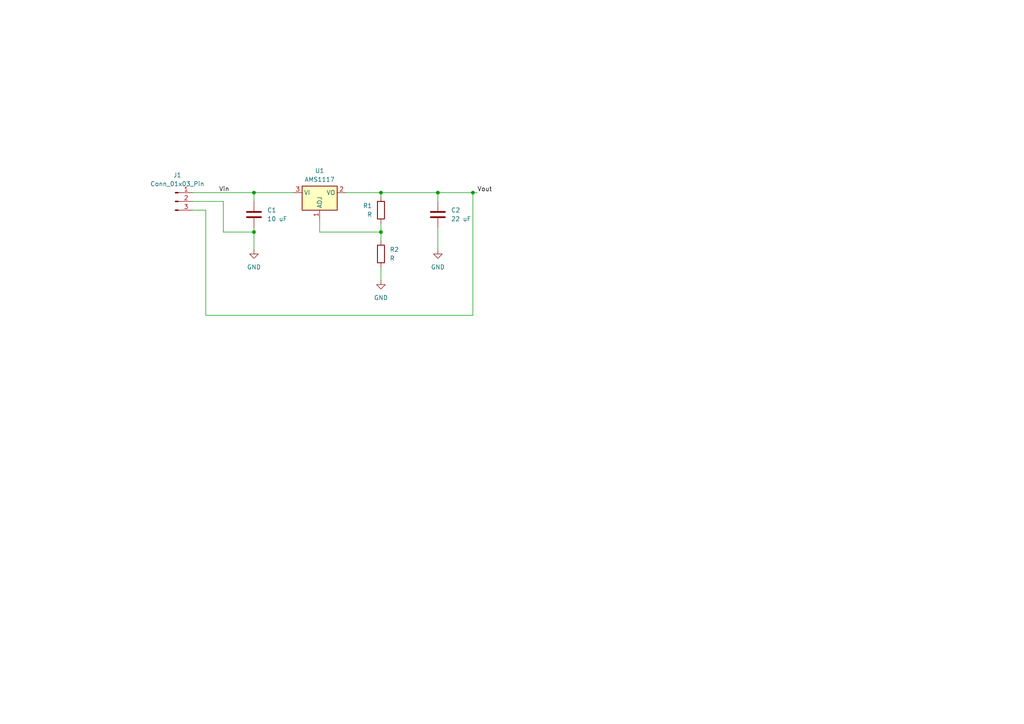
<source format=kicad_sch>
(kicad_sch (version 20230121) (generator eeschema)
  (paper "A4")
  (lib_symbols
    (symbol "Connector:Conn_01x03_Pin" (pin_names (offset 1.016) hide)
      (property "Reference" "J" (at 0 5.08 0))
      (property "Value" "Conn_01x03_Pin" (at 0 -5.08 0))
      (symbol "Conn_01x03_Pin_1_1"
        (polyline (pts (xy 1.27 -2.54) (xy 0.8636 -2.54)) (stroke (width 0.1524)))
        (polyline (pts (xy 1.27 0) (xy 0.8636 0)) (stroke (width 0.1524)))
        (polyline (pts (xy 1.27 2.54) (xy 0.8636 2.54)) (stroke (width 0.1524)))
        (rectangle (start 0.8636 -2.413) (end 0 -2.667) (stroke (width 0.1524)) (fill (type outline)))
        (rectangle (start 0.8636 0.127) (end 0 -0.127) (stroke (width 0.1524)) (fill (type outline)))
        (rectangle (start 0.8636 2.667) (end 0 2.413) (stroke (width 0.1524)) (fill (type outline)))
        (pin passive line (at 5.08 2.54 180) (length 3.81) (name "Pin_1") (number "1"))
        (pin passive line (at 5.08 0 180) (length 3.81) (name "Pin_2") (number "2"))
        (pin passive line (at 5.08 -2.54 180) (length 3.81) (name "Pin_3") (number "3"))
      )
    )
    (symbol "Device:C" (pin_numbers hide) (pin_names (offset 0.254))
      (property "Reference" "C" (at 0.635 2.54 0))
      (property "Value" "C" (at 0.635 -2.54 0))
      (symbol "C_0_1"
        (polyline (pts (xy -2.032 -0.762) (xy 2.032 -0.762)) (stroke (width 0.508)))
        (polyline (pts (xy -2.032 0.762) (xy 2.032 0.762)) (stroke (width 0.508)))
      )
      (symbol "C_1_1"
        (pin passive line (at 0 3.81 270) (length 2.794) (name "~") (number "1"))
        (pin passive line (at 0 -3.81 90) (length 2.794) (name "~") (number "2"))
      )
    )
    (symbol "Device:R" (pin_numbers hide) (pin_names (offset 0))
      (property "Reference" "R" (at 2.032 0 90))
      (property "Value" "R" (at 0 0 90))
      (symbol "R_0_1"
        (rectangle (start -1.016 -2.54) (end 1.016 2.54) (stroke (width 0.254)))
      )
      (symbol "R_1_1"
        (pin passive line (at 0 3.81 270) (length 1.27) (name "~") (number "1"))
        (pin passive line (at 0 -3.81 90) (length 1.27) (name "~") (number "2"))
      )
    )
    (symbol "Regulator_Linear:AMS1117"
      (property "Reference" "U" (at -3.81 3.175 0))
      (property "Value" "AMS1117" (at 0 3.175 0))
      (symbol "AMS1117_0_1"
        (rectangle (start -5.08 -5.08) (end 5.08 1.905) (stroke (width 0.254)) (fill (type background)))
      )
      (symbol "AMS1117_1_1"
        (pin input line (at 0 -7.62 90) (length 2.54) (name "ADJ") (number "1"))
        (pin power_out line (at 7.62 0 180) (length 2.54) (name "VO") (number "2"))
        (pin power_in line (at -7.62 0 0) (length 2.54) (name "VI") (number "3"))
      )
    )
    (symbol "power:GND" (power) (pin_names (offset 0))
      (property "Value" "GND" (at 0 -3.81 0))
      (symbol "GND_0_1"
        (polyline (pts (xy 0 0) (xy 0 -1.27) (xy 1.27 -1.27) (xy 0 -2.54) (xy -1.27 -1.27) (xy 0 -1.27)))
      )
      (symbol "GND_1_1"
        (pin power_in line (at 0 0 270) (length 0) hide (name "GND") (number "1"))
      )
    )
  )
  (junction (at 127 55.88))
  (junction (at 110.49 55.88))
  (junction (at 73.66 67.31))
  (junction (at 73.66 55.88))
  (junction (at 110.49 67.31))
  (junction (at 137.16 55.88))
  (wire (pts (xy 127 55.88) (xy 137.16 55.88)))
  (wire (pts (xy 55.88 60.96) (xy 59.69 60.96)))
  (wire (pts (xy 85.09 55.88) (xy 73.66 55.88)))
  (wire (pts (xy 92.71 67.31) (xy 110.49 67.31)))
  (wire (pts (xy 110.49 67.31) (xy 110.49 69.85)))
  (wire (pts (xy 59.69 91.44) (xy 137.16 91.44)))
  (wire (pts (xy 55.88 55.88) (xy 73.66 55.88)))
  (wire (pts (xy 110.49 77.47) (xy 110.49 81.28)))
  (wire (pts (xy 110.49 64.77) (xy 110.49 67.31)))
  (wire (pts (xy 127 55.88) (xy 127 58.42)))
  (wire (pts (xy 73.66 67.31) (xy 73.66 72.39)))
  (wire (pts (xy 92.71 63.5) (xy 92.71 67.31)))
  (wire (pts (xy 110.49 55.88) (xy 127 55.88)))
  (wire (pts (xy 100.33 55.88) (xy 110.49 55.88)))
  (wire (pts (xy 64.77 67.31) (xy 73.66 67.31)))
  (wire (pts (xy 55.88 58.42) (xy 64.77 58.42)))
  (wire (pts (xy 137.16 91.44) (xy 137.16 55.88)))
  (wire (pts (xy 73.66 66.04) (xy 73.66 67.31)))
  (wire (pts (xy 110.49 55.88) (xy 110.49 57.15)))
  (wire (pts (xy 64.77 58.42) (xy 64.77 67.31)))
  (wire (pts (xy 137.16 55.88) (xy 138.43 55.88)))
  (wire (pts (xy 73.66 55.88) (xy 73.66 58.42)))
  (wire (pts (xy 59.69 60.96) (xy 59.69 91.44)))
  (wire (pts (xy 127 66.04) (xy 127 72.39)))
  (label "Vin" (at 63.5 55.88 0))
  (label "Vout" (at 138.43 55.88 0))
  (symbol (lib_id "Regulator_Linear:AMS1117") (at 92.71 55.88 0) (unit 1)
    (property "Reference" "U1" (at 92.71 49.53 0))
    (property "Value" "AMS1117" (at 92.71 52.07 0))
    (property "Footprint" "Package_TO_SOT_SMD:SOT-223-3_TabPin2" (effects hide))
    (property "Datasheet" "http://www.advanced-monolithic.com/pdf/ds1117.pdf" (effects hide))
  )
  (symbol (lib_id "Connector:Conn_01x03_Pin") (at 50.8 58.42 0) (unit 1)
    (property "Reference" "J1" (at 51.435 50.8 0))
    (property "Value" "Conn_01x03_Pin" (at 51.435 53.34 0))
    (property "Footprint" "Connector_PinHeader_2.54mm:PinHeader_1x03_P2.54mm_Vertical" (effects hide))
  )
  (symbol (lib_id "power:GND") (at 110.49 81.28 0) (unit 1)
    (property "Reference" "#PWR02" (effects hide))
    (property "Value" "GND" (at 110.49 86.36 0))
  )
  (symbol (lib_id "power:GND") (at 73.66 72.39 0) (unit 1)
    (property "Reference" "#PWR01" (effects hide))
    (property "Value" "GND" (at 73.66 77.47 0))
  )
  (symbol (lib_id "Device:R") (at 110.49 73.66 0) (unit 1)
    (property "Reference" "R2" (at 113.03 72.39 0) (effects (justify left)))
    (property "Value" "R" (at 113.03 74.93 0) (effects (justify left)))
    (property "Footprint" "Resistor_SMD:R_0603_1608Metric" (effects hide))
  )
  (symbol (lib_id "Device:C") (at 127 62.23 0) (unit 1)
    (property "Reference" "C2" (at 130.81 60.96 0) (effects (justify left)))
    (property "Value" "22 uF" (at 130.81 63.5 0) (effects (justify left)))
    (property "Footprint" "Capacitor_SMD:C_0603_1608Metric" (effects hide))
  )
  (symbol (lib_id "Device:C") (at 73.66 62.23 0) (unit 1)
    (property "Reference" "C1" (at 77.47 60.96 0) (effects (justify left)))
    (property "Value" "10 uF" (at 77.47 63.5 0) (effects (justify left)))
    (property "Footprint" "Capacitor_SMD:C_0603_1608Metric" (effects hide))
  )
  (symbol (lib_id "power:GND") (at 127 72.39 0) (unit 1)
    (property "Reference" "#PWR03" (effects hide))
    (property "Value" "GND" (at 127 77.47 0))
  )
  (symbol (lib_id "Device:R") (at 110.49 60.96 0) (mirror y) (unit 1)
    (property "Reference" "R1" (at 107.95 59.69 0) (effects (justify left)))
    (property "Value" "R" (at 107.95 62.23 0) (effects (justify left)))
    (property "Footprint" "Resistor_SMD:R_0603_1608Metric" (effects hide))
  )
)
</source>
